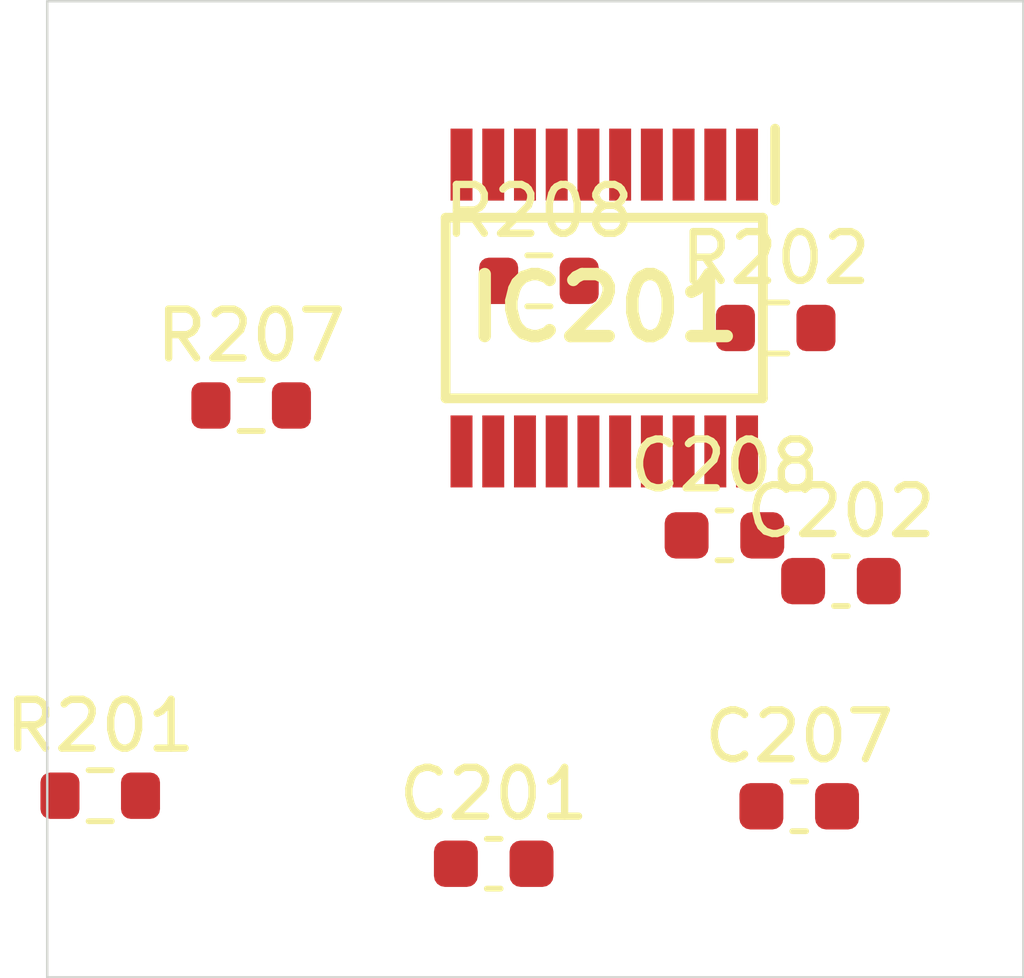
<source format=kicad_pcb>
 ( kicad_pcb  ( version 20171130 )
 ( host pcbnew 5.1.12-84ad8e8a86~92~ubuntu18.04.1 )
 ( general  ( thickness 1.6 )
 ( drawings 4 )
 ( tracks 0 )
 ( zones 0 )
 ( modules 9 )
 ( nets 19 )
)
 ( page A4 )
 ( layers  ( 0 F.Cu signal )
 ( 31 B.Cu signal )
 ( 32 B.Adhes user )
 ( 33 F.Adhes user )
 ( 34 B.Paste user )
 ( 35 F.Paste user )
 ( 36 B.SilkS user )
 ( 37 F.SilkS user )
 ( 38 B.Mask user )
 ( 39 F.Mask user )
 ( 40 Dwgs.User user )
 ( 41 Cmts.User user )
 ( 42 Eco1.User user )
 ( 43 Eco2.User user )
 ( 44 Edge.Cuts user )
 ( 45 Margin user )
 ( 46 B.CrtYd user )
 ( 47 F.CrtYd user )
 ( 48 B.Fab user )
 ( 49 F.Fab user )
)
 ( setup  ( last_trace_width 0.25 )
 ( trace_clearance 0.2 )
 ( zone_clearance 0.508 )
 ( zone_45_only no )
 ( trace_min 0.2 )
 ( via_size 0.8 )
 ( via_drill 0.4 )
 ( via_min_size 0.4 )
 ( via_min_drill 0.3 )
 ( uvia_size 0.3 )
 ( uvia_drill 0.1 )
 ( uvias_allowed no )
 ( uvia_min_size 0.2 )
 ( uvia_min_drill 0.1 )
 ( edge_width 0.05 )
 ( segment_width 0.2 )
 ( pcb_text_width 0.3 )
 ( pcb_text_size 1.5 1.5 )
 ( mod_edge_width 0.12 )
 ( mod_text_size 1 1 )
 ( mod_text_width 0.15 )
 ( pad_size 1.524 1.524 )
 ( pad_drill 0.762 )
 ( pad_to_mask_clearance 0 )
 ( aux_axis_origin 0 0 )
 ( visible_elements FFFFFF7F )
 ( pcbplotparams  ( layerselection 0x010fc_ffffffff )
 ( usegerberextensions false )
 ( usegerberattributes true )
 ( usegerberadvancedattributes true )
 ( creategerberjobfile true )
 ( excludeedgelayer true )
 ( linewidth 0.100000 )
 ( plotframeref false )
 ( viasonmask false )
 ( mode 1 )
 ( useauxorigin false )
 ( hpglpennumber 1 )
 ( hpglpenspeed 20 )
 ( hpglpendiameter 15.000000 )
 ( psnegative false )
 ( psa4output false )
 ( plotreference true )
 ( plotvalue true )
 ( plotinvisibletext false )
 ( padsonsilk false )
 ( subtractmaskfromsilk false )
 ( outputformat 1 )
 ( mirror false )
 ( drillshape 1 )
 ( scaleselection 1 )
 ( outputdirectory "" )
)
)
 ( net 0 "" )
 ( net 1 GND )
 ( net 2 /Sheet6235D886/ch0 )
 ( net 3 /Sheet6235D886/ch1 )
 ( net 4 /Sheet6235D886/ch2 )
 ( net 5 /Sheet6235D886/ch3 )
 ( net 6 /Sheet6235D886/ch4 )
 ( net 7 /Sheet6235D886/ch5 )
 ( net 8 /Sheet6235D886/ch6 )
 ( net 9 /Sheet6235D886/ch7 )
 ( net 10 VDD )
 ( net 11 VDDA )
 ( net 12 /Sheet6235D886/adc_csn )
 ( net 13 /Sheet6235D886/adc_sck )
 ( net 14 /Sheet6235D886/adc_sdi )
 ( net 15 /Sheet6235D886/adc_sdo )
 ( net 16 /Sheet6235D886/vp )
 ( net 17 /Sheet6248AD22/chn0 )
 ( net 18 /Sheet6248AD22/chn3 )
 ( net_class Default "This is the default net class."  ( clearance 0.2 )
 ( trace_width 0.25 )
 ( via_dia 0.8 )
 ( via_drill 0.4 )
 ( uvia_dia 0.3 )
 ( uvia_drill 0.1 )
 ( add_net /Sheet6235D886/adc_csn )
 ( add_net /Sheet6235D886/adc_sck )
 ( add_net /Sheet6235D886/adc_sdi )
 ( add_net /Sheet6235D886/adc_sdo )
 ( add_net /Sheet6235D886/ch0 )
 ( add_net /Sheet6235D886/ch1 )
 ( add_net /Sheet6235D886/ch2 )
 ( add_net /Sheet6235D886/ch3 )
 ( add_net /Sheet6235D886/ch4 )
 ( add_net /Sheet6235D886/ch5 )
 ( add_net /Sheet6235D886/ch6 )
 ( add_net /Sheet6235D886/ch7 )
 ( add_net /Sheet6235D886/vp )
 ( add_net /Sheet6248AD22/chn0 )
 ( add_net /Sheet6248AD22/chn3 )
 ( add_net GND )
 ( add_net VDD )
 ( add_net VDDA )
)
 ( module Capacitor_SMD:C_0603_1608Metric  ( layer F.Cu )
 ( tedit 5F68FEEE )
 ( tstamp 6234222D )
 ( at 89.148000 117.672000 )
 ( descr "Capacitor SMD 0603 (1608 Metric), square (rectangular) end terminal, IPC_7351 nominal, (Body size source: IPC-SM-782 page 76, https://www.pcb-3d.com/wordpress/wp-content/uploads/ipc-sm-782a_amendment_1_and_2.pdf), generated with kicad-footprint-generator" )
 ( tags capacitor )
 ( path /6235D887/623691C5 )
 ( attr smd )
 ( fp_text reference C201  ( at 0 -1.43 )
 ( layer F.SilkS )
 ( effects  ( font  ( size 1 1 )
 ( thickness 0.15 )
)
)
)
 ( fp_text value 0.1uF  ( at 0 1.43 )
 ( layer F.Fab )
 ( effects  ( font  ( size 1 1 )
 ( thickness 0.15 )
)
)
)
 ( fp_line  ( start -0.8 0.4 )
 ( end -0.8 -0.4 )
 ( layer F.Fab )
 ( width 0.1 )
)
 ( fp_line  ( start -0.8 -0.4 )
 ( end 0.8 -0.4 )
 ( layer F.Fab )
 ( width 0.1 )
)
 ( fp_line  ( start 0.8 -0.4 )
 ( end 0.8 0.4 )
 ( layer F.Fab )
 ( width 0.1 )
)
 ( fp_line  ( start 0.8 0.4 )
 ( end -0.8 0.4 )
 ( layer F.Fab )
 ( width 0.1 )
)
 ( fp_line  ( start -0.14058 -0.51 )
 ( end 0.14058 -0.51 )
 ( layer F.SilkS )
 ( width 0.12 )
)
 ( fp_line  ( start -0.14058 0.51 )
 ( end 0.14058 0.51 )
 ( layer F.SilkS )
 ( width 0.12 )
)
 ( fp_line  ( start -1.48 0.73 )
 ( end -1.48 -0.73 )
 ( layer F.CrtYd )
 ( width 0.05 )
)
 ( fp_line  ( start -1.48 -0.73 )
 ( end 1.48 -0.73 )
 ( layer F.CrtYd )
 ( width 0.05 )
)
 ( fp_line  ( start 1.48 -0.73 )
 ( end 1.48 0.73 )
 ( layer F.CrtYd )
 ( width 0.05 )
)
 ( fp_line  ( start 1.48 0.73 )
 ( end -1.48 0.73 )
 ( layer F.CrtYd )
 ( width 0.05 )
)
 ( fp_text user %R  ( at 0 0 )
 ( layer F.Fab )
 ( effects  ( font  ( size 0.4 0.4 )
 ( thickness 0.06 )
)
)
)
 ( pad 2 smd roundrect  ( at 0.775 0 )
 ( size 0.9 0.95 )
 ( layers F.Cu F.Mask F.Paste )
 ( roundrect_rratio 0.25 )
 ( net 1 GND )
)
 ( pad 1 smd roundrect  ( at -0.775 0 )
 ( size 0.9 0.95 )
 ( layers F.Cu F.Mask F.Paste )
 ( roundrect_rratio 0.25 )
 ( net 2 /Sheet6235D886/ch0 )
)
 ( model ${KISYS3DMOD}/Capacitor_SMD.3dshapes/C_0603_1608Metric.wrl  ( at  ( xyz 0 0 0 )
)
 ( scale  ( xyz 1 1 1 )
)
 ( rotate  ( xyz 0 0 0 )
)
)
)
 ( module Capacitor_SMD:C_0603_1608Metric  ( layer F.Cu )
 ( tedit 5F68FEEE )
 ( tstamp 6234223E )
 ( at 96.262600 111.881000 )
 ( descr "Capacitor SMD 0603 (1608 Metric), square (rectangular) end terminal, IPC_7351 nominal, (Body size source: IPC-SM-782 page 76, https://www.pcb-3d.com/wordpress/wp-content/uploads/ipc-sm-782a_amendment_1_and_2.pdf), generated with kicad-footprint-generator" )
 ( tags capacitor )
 ( path /6235D887/62369EE0 )
 ( attr smd )
 ( fp_text reference C202  ( at 0 -1.43 )
 ( layer F.SilkS )
 ( effects  ( font  ( size 1 1 )
 ( thickness 0.15 )
)
)
)
 ( fp_text value 0.1uF  ( at 0 1.43 )
 ( layer F.Fab )
 ( effects  ( font  ( size 1 1 )
 ( thickness 0.15 )
)
)
)
 ( fp_line  ( start 1.48 0.73 )
 ( end -1.48 0.73 )
 ( layer F.CrtYd )
 ( width 0.05 )
)
 ( fp_line  ( start 1.48 -0.73 )
 ( end 1.48 0.73 )
 ( layer F.CrtYd )
 ( width 0.05 )
)
 ( fp_line  ( start -1.48 -0.73 )
 ( end 1.48 -0.73 )
 ( layer F.CrtYd )
 ( width 0.05 )
)
 ( fp_line  ( start -1.48 0.73 )
 ( end -1.48 -0.73 )
 ( layer F.CrtYd )
 ( width 0.05 )
)
 ( fp_line  ( start -0.14058 0.51 )
 ( end 0.14058 0.51 )
 ( layer F.SilkS )
 ( width 0.12 )
)
 ( fp_line  ( start -0.14058 -0.51 )
 ( end 0.14058 -0.51 )
 ( layer F.SilkS )
 ( width 0.12 )
)
 ( fp_line  ( start 0.8 0.4 )
 ( end -0.8 0.4 )
 ( layer F.Fab )
 ( width 0.1 )
)
 ( fp_line  ( start 0.8 -0.4 )
 ( end 0.8 0.4 )
 ( layer F.Fab )
 ( width 0.1 )
)
 ( fp_line  ( start -0.8 -0.4 )
 ( end 0.8 -0.4 )
 ( layer F.Fab )
 ( width 0.1 )
)
 ( fp_line  ( start -0.8 0.4 )
 ( end -0.8 -0.4 )
 ( layer F.Fab )
 ( width 0.1 )
)
 ( fp_text user %R  ( at 0 0 )
 ( layer F.Fab )
 ( effects  ( font  ( size 0.4 0.4 )
 ( thickness 0.06 )
)
)
)
 ( pad 1 smd roundrect  ( at -0.775 0 )
 ( size 0.9 0.95 )
 ( layers F.Cu F.Mask F.Paste )
 ( roundrect_rratio 0.25 )
 ( net 1 GND )
)
 ( pad 2 smd roundrect  ( at 0.775 0 )
 ( size 0.9 0.95 )
 ( layers F.Cu F.Mask F.Paste )
 ( roundrect_rratio 0.25 )
 ( net 3 /Sheet6235D886/ch1 )
)
 ( model ${KISYS3DMOD}/Capacitor_SMD.3dshapes/C_0603_1608Metric.wrl  ( at  ( xyz 0 0 0 )
)
 ( scale  ( xyz 1 1 1 )
)
 ( rotate  ( xyz 0 0 0 )
)
)
)
 ( module Capacitor_SMD:C_0603_1608Metric  ( layer F.Cu )
 ( tedit 5F68FEEE )
 ( tstamp 62342293 )
 ( at 95.407200 116.495000 )
 ( descr "Capacitor SMD 0603 (1608 Metric), square (rectangular) end terminal, IPC_7351 nominal, (Body size source: IPC-SM-782 page 76, https://www.pcb-3d.com/wordpress/wp-content/uploads/ipc-sm-782a_amendment_1_and_2.pdf), generated with kicad-footprint-generator" )
 ( tags capacitor )
 ( path /6235D887/6238B3FE )
 ( attr smd )
 ( fp_text reference C207  ( at 0 -1.43 )
 ( layer F.SilkS )
 ( effects  ( font  ( size 1 1 )
 ( thickness 0.15 )
)
)
)
 ( fp_text value 0.1uF  ( at 0 1.43 )
 ( layer F.Fab )
 ( effects  ( font  ( size 1 1 )
 ( thickness 0.15 )
)
)
)
 ( fp_line  ( start -0.8 0.4 )
 ( end -0.8 -0.4 )
 ( layer F.Fab )
 ( width 0.1 )
)
 ( fp_line  ( start -0.8 -0.4 )
 ( end 0.8 -0.4 )
 ( layer F.Fab )
 ( width 0.1 )
)
 ( fp_line  ( start 0.8 -0.4 )
 ( end 0.8 0.4 )
 ( layer F.Fab )
 ( width 0.1 )
)
 ( fp_line  ( start 0.8 0.4 )
 ( end -0.8 0.4 )
 ( layer F.Fab )
 ( width 0.1 )
)
 ( fp_line  ( start -0.14058 -0.51 )
 ( end 0.14058 -0.51 )
 ( layer F.SilkS )
 ( width 0.12 )
)
 ( fp_line  ( start -0.14058 0.51 )
 ( end 0.14058 0.51 )
 ( layer F.SilkS )
 ( width 0.12 )
)
 ( fp_line  ( start -1.48 0.73 )
 ( end -1.48 -0.73 )
 ( layer F.CrtYd )
 ( width 0.05 )
)
 ( fp_line  ( start -1.48 -0.73 )
 ( end 1.48 -0.73 )
 ( layer F.CrtYd )
 ( width 0.05 )
)
 ( fp_line  ( start 1.48 -0.73 )
 ( end 1.48 0.73 )
 ( layer F.CrtYd )
 ( width 0.05 )
)
 ( fp_line  ( start 1.48 0.73 )
 ( end -1.48 0.73 )
 ( layer F.CrtYd )
 ( width 0.05 )
)
 ( fp_text user %R  ( at 0 0 )
 ( layer F.Fab )
 ( effects  ( font  ( size 0.4 0.4 )
 ( thickness 0.06 )
)
)
)
 ( pad 2 smd roundrect  ( at 0.775 0 )
 ( size 0.9 0.95 )
 ( layers F.Cu F.Mask F.Paste )
 ( roundrect_rratio 0.25 )
 ( net 1 GND )
)
 ( pad 1 smd roundrect  ( at -0.775 0 )
 ( size 0.9 0.95 )
 ( layers F.Cu F.Mask F.Paste )
 ( roundrect_rratio 0.25 )
 ( net 8 /Sheet6235D886/ch6 )
)
 ( model ${KISYS3DMOD}/Capacitor_SMD.3dshapes/C_0603_1608Metric.wrl  ( at  ( xyz 0 0 0 )
)
 ( scale  ( xyz 1 1 1 )
)
 ( rotate  ( xyz 0 0 0 )
)
)
)
 ( module Capacitor_SMD:C_0603_1608Metric  ( layer F.Cu )
 ( tedit 5F68FEEE )
 ( tstamp 623422A4 )
 ( at 93.875200 110.944000 )
 ( descr "Capacitor SMD 0603 (1608 Metric), square (rectangular) end terminal, IPC_7351 nominal, (Body size source: IPC-SM-782 page 76, https://www.pcb-3d.com/wordpress/wp-content/uploads/ipc-sm-782a_amendment_1_and_2.pdf), generated with kicad-footprint-generator" )
 ( tags capacitor )
 ( path /6235D887/6238B404 )
 ( attr smd )
 ( fp_text reference C208  ( at 0 -1.43 )
 ( layer F.SilkS )
 ( effects  ( font  ( size 1 1 )
 ( thickness 0.15 )
)
)
)
 ( fp_text value 0.1uF  ( at 0 1.43 )
 ( layer F.Fab )
 ( effects  ( font  ( size 1 1 )
 ( thickness 0.15 )
)
)
)
 ( fp_line  ( start 1.48 0.73 )
 ( end -1.48 0.73 )
 ( layer F.CrtYd )
 ( width 0.05 )
)
 ( fp_line  ( start 1.48 -0.73 )
 ( end 1.48 0.73 )
 ( layer F.CrtYd )
 ( width 0.05 )
)
 ( fp_line  ( start -1.48 -0.73 )
 ( end 1.48 -0.73 )
 ( layer F.CrtYd )
 ( width 0.05 )
)
 ( fp_line  ( start -1.48 0.73 )
 ( end -1.48 -0.73 )
 ( layer F.CrtYd )
 ( width 0.05 )
)
 ( fp_line  ( start -0.14058 0.51 )
 ( end 0.14058 0.51 )
 ( layer F.SilkS )
 ( width 0.12 )
)
 ( fp_line  ( start -0.14058 -0.51 )
 ( end 0.14058 -0.51 )
 ( layer F.SilkS )
 ( width 0.12 )
)
 ( fp_line  ( start 0.8 0.4 )
 ( end -0.8 0.4 )
 ( layer F.Fab )
 ( width 0.1 )
)
 ( fp_line  ( start 0.8 -0.4 )
 ( end 0.8 0.4 )
 ( layer F.Fab )
 ( width 0.1 )
)
 ( fp_line  ( start -0.8 -0.4 )
 ( end 0.8 -0.4 )
 ( layer F.Fab )
 ( width 0.1 )
)
 ( fp_line  ( start -0.8 0.4 )
 ( end -0.8 -0.4 )
 ( layer F.Fab )
 ( width 0.1 )
)
 ( fp_text user %R  ( at 0 0 )
 ( layer F.Fab )
 ( effects  ( font  ( size 0.4 0.4 )
 ( thickness 0.06 )
)
)
)
 ( pad 1 smd roundrect  ( at -0.775 0 )
 ( size 0.9 0.95 )
 ( layers F.Cu F.Mask F.Paste )
 ( roundrect_rratio 0.25 )
 ( net 1 GND )
)
 ( pad 2 smd roundrect  ( at 0.775 0 )
 ( size 0.9 0.95 )
 ( layers F.Cu F.Mask F.Paste )
 ( roundrect_rratio 0.25 )
 ( net 9 /Sheet6235D886/ch7 )
)
 ( model ${KISYS3DMOD}/Capacitor_SMD.3dshapes/C_0603_1608Metric.wrl  ( at  ( xyz 0 0 0 )
)
 ( scale  ( xyz 1 1 1 )
)
 ( rotate  ( xyz 0 0 0 )
)
)
)
 ( module MCP3564R-E_ST:SOP65P640X120-20N locked  ( layer F.Cu )
 ( tedit 623351C2 )
 ( tstamp 623423D6 )
 ( at 91.413300 106.286000 270.000000 )
 ( descr "20-Lead Plastic Thin Shrink Small Outline (ST) - 4.4mm body [TSSOP]" )
 ( tags "Integrated Circuit" )
 ( path /6235D887/6235E071 )
 ( attr smd )
 ( fp_text reference IC201  ( at 0 0 )
 ( layer F.SilkS )
 ( effects  ( font  ( size 1.27 1.27 )
 ( thickness 0.254 )
)
)
)
 ( fp_text value MCP3564R-E_ST  ( at 0 0 )
 ( layer F.SilkS )
hide  ( effects  ( font  ( size 1.27 1.27 )
 ( thickness 0.254 )
)
)
)
 ( fp_line  ( start -3.925 -3.55 )
 ( end 3.925 -3.55 )
 ( layer Dwgs.User )
 ( width 0.05 )
)
 ( fp_line  ( start 3.925 -3.55 )
 ( end 3.925 3.55 )
 ( layer Dwgs.User )
 ( width 0.05 )
)
 ( fp_line  ( start 3.925 3.55 )
 ( end -3.925 3.55 )
 ( layer Dwgs.User )
 ( width 0.05 )
)
 ( fp_line  ( start -3.925 3.55 )
 ( end -3.925 -3.55 )
 ( layer Dwgs.User )
 ( width 0.05 )
)
 ( fp_line  ( start -2.2 -3.25 )
 ( end 2.2 -3.25 )
 ( layer Dwgs.User )
 ( width 0.1 )
)
 ( fp_line  ( start 2.2 -3.25 )
 ( end 2.2 3.25 )
 ( layer Dwgs.User )
 ( width 0.1 )
)
 ( fp_line  ( start 2.2 3.25 )
 ( end -2.2 3.25 )
 ( layer Dwgs.User )
 ( width 0.1 )
)
 ( fp_line  ( start -2.2 3.25 )
 ( end -2.2 -3.25 )
 ( layer Dwgs.User )
 ( width 0.1 )
)
 ( fp_line  ( start -2.2 -2.6 )
 ( end -1.55 -3.25 )
 ( layer Dwgs.User )
 ( width 0.1 )
)
 ( fp_line  ( start -1.85 -3.25 )
 ( end 1.85 -3.25 )
 ( layer F.SilkS )
 ( width 0.2 )
)
 ( fp_line  ( start 1.85 -3.25 )
 ( end 1.85 3.25 )
 ( layer F.SilkS )
 ( width 0.2 )
)
 ( fp_line  ( start 1.85 3.25 )
 ( end -1.85 3.25 )
 ( layer F.SilkS )
 ( width 0.2 )
)
 ( fp_line  ( start -1.85 3.25 )
 ( end -1.85 -3.25 )
 ( layer F.SilkS )
 ( width 0.2 )
)
 ( fp_line  ( start -3.675 -3.5 )
 ( end -2.2 -3.5 )
 ( layer F.SilkS )
 ( width 0.2 )
)
 ( pad 1 smd rect  ( at -2.938 -2.925 )
 ( size 0.45 1.475 )
 ( layers F.Cu F.Mask F.Paste )
 ( net 11 VDDA )
)
 ( pad 2 smd rect  ( at -2.938 -2.275 )
 ( size 0.45 1.475 )
 ( layers F.Cu F.Mask F.Paste )
 ( net 1 GND )
)
 ( pad 3 smd rect  ( at -2.938 -1.625 )
 ( size 0.45 1.475 )
 ( layers F.Cu F.Mask F.Paste )
 ( net 1 GND )
)
 ( pad 4 smd rect  ( at -2.938 -0.975 )
 ( size 0.45 1.475 )
 ( layers F.Cu F.Mask F.Paste )
)
 ( pad 5 smd rect  ( at -2.938 -0.325 )
 ( size 0.45 1.475 )
 ( layers F.Cu F.Mask F.Paste )
 ( net 2 /Sheet6235D886/ch0 )
)
 ( pad 6 smd rect  ( at -2.938 0.325 )
 ( size 0.45 1.475 )
 ( layers F.Cu F.Mask F.Paste )
 ( net 3 /Sheet6235D886/ch1 )
)
 ( pad 7 smd rect  ( at -2.938 0.975 )
 ( size 0.45 1.475 )
 ( layers F.Cu F.Mask F.Paste )
 ( net 4 /Sheet6235D886/ch2 )
)
 ( pad 8 smd rect  ( at -2.938 1.625 )
 ( size 0.45 1.475 )
 ( layers F.Cu F.Mask F.Paste )
 ( net 5 /Sheet6235D886/ch3 )
)
 ( pad 9 smd rect  ( at -2.938 2.275 )
 ( size 0.45 1.475 )
 ( layers F.Cu F.Mask F.Paste )
 ( net 6 /Sheet6235D886/ch4 )
)
 ( pad 10 smd rect  ( at -2.938 2.925 )
 ( size 0.45 1.475 )
 ( layers F.Cu F.Mask F.Paste )
 ( net 7 /Sheet6235D886/ch5 )
)
 ( pad 11 smd rect  ( at 2.938 2.925 )
 ( size 0.45 1.475 )
 ( layers F.Cu F.Mask F.Paste )
 ( net 8 /Sheet6235D886/ch6 )
)
 ( pad 12 smd rect  ( at 2.938 2.275 )
 ( size 0.45 1.475 )
 ( layers F.Cu F.Mask F.Paste )
 ( net 9 /Sheet6235D886/ch7 )
)
 ( pad 13 smd rect  ( at 2.938 1.625 )
 ( size 0.45 1.475 )
 ( layers F.Cu F.Mask F.Paste )
 ( net 12 /Sheet6235D886/adc_csn )
)
 ( pad 14 smd rect  ( at 2.938 0.975 )
 ( size 0.45 1.475 )
 ( layers F.Cu F.Mask F.Paste )
 ( net 13 /Sheet6235D886/adc_sck )
)
 ( pad 15 smd rect  ( at 2.938 0.325 )
 ( size 0.45 1.475 )
 ( layers F.Cu F.Mask F.Paste )
 ( net 14 /Sheet6235D886/adc_sdi )
)
 ( pad 16 smd rect  ( at 2.938 -0.325 )
 ( size 0.45 1.475 )
 ( layers F.Cu F.Mask F.Paste )
 ( net 15 /Sheet6235D886/adc_sdo )
)
 ( pad 17 smd rect  ( at 2.938 -0.975 )
 ( size 0.45 1.475 )
 ( layers F.Cu F.Mask F.Paste )
)
 ( pad 18 smd rect  ( at 2.938 -1.625 )
 ( size 0.45 1.475 )
 ( layers F.Cu F.Mask F.Paste )
)
 ( pad 19 smd rect  ( at 2.938 -2.275 )
 ( size 0.45 1.475 )
 ( layers F.Cu F.Mask F.Paste )
 ( net 1 GND )
)
 ( pad 20 smd rect  ( at 2.938 -2.925 )
 ( size 0.45 1.475 )
 ( layers F.Cu F.Mask F.Paste )
 ( net 10 VDD )
)
)
 ( module Resistor_SMD:R_0603_1608Metric  ( layer F.Cu )
 ( tedit 5F68FEEE )
 ( tstamp 6234250D )
 ( at 81.086100 116.278000 )
 ( descr "Resistor SMD 0603 (1608 Metric), square (rectangular) end terminal, IPC_7351 nominal, (Body size source: IPC-SM-782 page 72, https://www.pcb-3d.com/wordpress/wp-content/uploads/ipc-sm-782a_amendment_1_and_2.pdf), generated with kicad-footprint-generator" )
 ( tags resistor )
 ( path /6235D887/623641B7 )
 ( attr smd )
 ( fp_text reference R201  ( at 0 -1.43 )
 ( layer F.SilkS )
 ( effects  ( font  ( size 1 1 )
 ( thickness 0.15 )
)
)
)
 ( fp_text value 1k  ( at 0 1.43 )
 ( layer F.Fab )
 ( effects  ( font  ( size 1 1 )
 ( thickness 0.15 )
)
)
)
 ( fp_line  ( start -0.8 0.4125 )
 ( end -0.8 -0.4125 )
 ( layer F.Fab )
 ( width 0.1 )
)
 ( fp_line  ( start -0.8 -0.4125 )
 ( end 0.8 -0.4125 )
 ( layer F.Fab )
 ( width 0.1 )
)
 ( fp_line  ( start 0.8 -0.4125 )
 ( end 0.8 0.4125 )
 ( layer F.Fab )
 ( width 0.1 )
)
 ( fp_line  ( start 0.8 0.4125 )
 ( end -0.8 0.4125 )
 ( layer F.Fab )
 ( width 0.1 )
)
 ( fp_line  ( start -0.237258 -0.5225 )
 ( end 0.237258 -0.5225 )
 ( layer F.SilkS )
 ( width 0.12 )
)
 ( fp_line  ( start -0.237258 0.5225 )
 ( end 0.237258 0.5225 )
 ( layer F.SilkS )
 ( width 0.12 )
)
 ( fp_line  ( start -1.48 0.73 )
 ( end -1.48 -0.73 )
 ( layer F.CrtYd )
 ( width 0.05 )
)
 ( fp_line  ( start -1.48 -0.73 )
 ( end 1.48 -0.73 )
 ( layer F.CrtYd )
 ( width 0.05 )
)
 ( fp_line  ( start 1.48 -0.73 )
 ( end 1.48 0.73 )
 ( layer F.CrtYd )
 ( width 0.05 )
)
 ( fp_line  ( start 1.48 0.73 )
 ( end -1.48 0.73 )
 ( layer F.CrtYd )
 ( width 0.05 )
)
 ( fp_text user %R  ( at 0 0 )
 ( layer F.Fab )
 ( effects  ( font  ( size 0.4 0.4 )
 ( thickness 0.06 )
)
)
)
 ( pad 2 smd roundrect  ( at 0.825 0 )
 ( size 0.8 0.95 )
 ( layers F.Cu F.Mask F.Paste )
 ( roundrect_rratio 0.25 )
 ( net 16 /Sheet6235D886/vp )
)
 ( pad 1 smd roundrect  ( at -0.825 0 )
 ( size 0.8 0.95 )
 ( layers F.Cu F.Mask F.Paste )
 ( roundrect_rratio 0.25 )
 ( net 2 /Sheet6235D886/ch0 )
)
 ( model ${KISYS3DMOD}/Resistor_SMD.3dshapes/R_0603_1608Metric.wrl  ( at  ( xyz 0 0 0 )
)
 ( scale  ( xyz 1 1 1 )
)
 ( rotate  ( xyz 0 0 0 )
)
)
)
 ( module Resistor_SMD:R_0603_1608Metric  ( layer F.Cu )
 ( tedit 5F68FEEE )
 ( tstamp 6234251E )
 ( at 94.925500 106.695000 )
 ( descr "Resistor SMD 0603 (1608 Metric), square (rectangular) end terminal, IPC_7351 nominal, (Body size source: IPC-SM-782 page 72, https://www.pcb-3d.com/wordpress/wp-content/uploads/ipc-sm-782a_amendment_1_and_2.pdf), generated with kicad-footprint-generator" )
 ( tags resistor )
 ( path /6235D887/6236A646 )
 ( attr smd )
 ( fp_text reference R202  ( at 0 -1.43 )
 ( layer F.SilkS )
 ( effects  ( font  ( size 1 1 )
 ( thickness 0.15 )
)
)
)
 ( fp_text value 1k  ( at 0 1.43 )
 ( layer F.Fab )
 ( effects  ( font  ( size 1 1 )
 ( thickness 0.15 )
)
)
)
 ( fp_line  ( start 1.48 0.73 )
 ( end -1.48 0.73 )
 ( layer F.CrtYd )
 ( width 0.05 )
)
 ( fp_line  ( start 1.48 -0.73 )
 ( end 1.48 0.73 )
 ( layer F.CrtYd )
 ( width 0.05 )
)
 ( fp_line  ( start -1.48 -0.73 )
 ( end 1.48 -0.73 )
 ( layer F.CrtYd )
 ( width 0.05 )
)
 ( fp_line  ( start -1.48 0.73 )
 ( end -1.48 -0.73 )
 ( layer F.CrtYd )
 ( width 0.05 )
)
 ( fp_line  ( start -0.237258 0.5225 )
 ( end 0.237258 0.5225 )
 ( layer F.SilkS )
 ( width 0.12 )
)
 ( fp_line  ( start -0.237258 -0.5225 )
 ( end 0.237258 -0.5225 )
 ( layer F.SilkS )
 ( width 0.12 )
)
 ( fp_line  ( start 0.8 0.4125 )
 ( end -0.8 0.4125 )
 ( layer F.Fab )
 ( width 0.1 )
)
 ( fp_line  ( start 0.8 -0.4125 )
 ( end 0.8 0.4125 )
 ( layer F.Fab )
 ( width 0.1 )
)
 ( fp_line  ( start -0.8 -0.4125 )
 ( end 0.8 -0.4125 )
 ( layer F.Fab )
 ( width 0.1 )
)
 ( fp_line  ( start -0.8 0.4125 )
 ( end -0.8 -0.4125 )
 ( layer F.Fab )
 ( width 0.1 )
)
 ( fp_text user %R  ( at 0 0 )
 ( layer F.Fab )
 ( effects  ( font  ( size 0.4 0.4 )
 ( thickness 0.06 )
)
)
)
 ( pad 1 smd roundrect  ( at -0.825 0 )
 ( size 0.8 0.95 )
 ( layers F.Cu F.Mask F.Paste )
 ( roundrect_rratio 0.25 )
 ( net 3 /Sheet6235D886/ch1 )
)
 ( pad 2 smd roundrect  ( at 0.825 0 )
 ( size 0.8 0.95 )
 ( layers F.Cu F.Mask F.Paste )
 ( roundrect_rratio 0.25 )
 ( net 17 /Sheet6248AD22/chn0 )
)
 ( model ${KISYS3DMOD}/Resistor_SMD.3dshapes/R_0603_1608Metric.wrl  ( at  ( xyz 0 0 0 )
)
 ( scale  ( xyz 1 1 1 )
)
 ( rotate  ( xyz 0 0 0 )
)
)
)
 ( module Resistor_SMD:R_0603_1608Metric  ( layer F.Cu )
 ( tedit 5F68FEEE )
 ( tstamp 62342573 )
 ( at 84.178600 108.283000 )
 ( descr "Resistor SMD 0603 (1608 Metric), square (rectangular) end terminal, IPC_7351 nominal, (Body size source: IPC-SM-782 page 72, https://www.pcb-3d.com/wordpress/wp-content/uploads/ipc-sm-782a_amendment_1_and_2.pdf), generated with kicad-footprint-generator" )
 ( tags resistor )
 ( path /6235D887/6238B3F8 )
 ( attr smd )
 ( fp_text reference R207  ( at 0 -1.43 )
 ( layer F.SilkS )
 ( effects  ( font  ( size 1 1 )
 ( thickness 0.15 )
)
)
)
 ( fp_text value 1k  ( at 0 1.43 )
 ( layer F.Fab )
 ( effects  ( font  ( size 1 1 )
 ( thickness 0.15 )
)
)
)
 ( fp_line  ( start -0.8 0.4125 )
 ( end -0.8 -0.4125 )
 ( layer F.Fab )
 ( width 0.1 )
)
 ( fp_line  ( start -0.8 -0.4125 )
 ( end 0.8 -0.4125 )
 ( layer F.Fab )
 ( width 0.1 )
)
 ( fp_line  ( start 0.8 -0.4125 )
 ( end 0.8 0.4125 )
 ( layer F.Fab )
 ( width 0.1 )
)
 ( fp_line  ( start 0.8 0.4125 )
 ( end -0.8 0.4125 )
 ( layer F.Fab )
 ( width 0.1 )
)
 ( fp_line  ( start -0.237258 -0.5225 )
 ( end 0.237258 -0.5225 )
 ( layer F.SilkS )
 ( width 0.12 )
)
 ( fp_line  ( start -0.237258 0.5225 )
 ( end 0.237258 0.5225 )
 ( layer F.SilkS )
 ( width 0.12 )
)
 ( fp_line  ( start -1.48 0.73 )
 ( end -1.48 -0.73 )
 ( layer F.CrtYd )
 ( width 0.05 )
)
 ( fp_line  ( start -1.48 -0.73 )
 ( end 1.48 -0.73 )
 ( layer F.CrtYd )
 ( width 0.05 )
)
 ( fp_line  ( start 1.48 -0.73 )
 ( end 1.48 0.73 )
 ( layer F.CrtYd )
 ( width 0.05 )
)
 ( fp_line  ( start 1.48 0.73 )
 ( end -1.48 0.73 )
 ( layer F.CrtYd )
 ( width 0.05 )
)
 ( fp_text user %R  ( at 0 0 )
 ( layer F.Fab )
 ( effects  ( font  ( size 0.4 0.4 )
 ( thickness 0.06 )
)
)
)
 ( pad 2 smd roundrect  ( at 0.825 0 )
 ( size 0.8 0.95 )
 ( layers F.Cu F.Mask F.Paste )
 ( roundrect_rratio 0.25 )
 ( net 16 /Sheet6235D886/vp )
)
 ( pad 1 smd roundrect  ( at -0.825 0 )
 ( size 0.8 0.95 )
 ( layers F.Cu F.Mask F.Paste )
 ( roundrect_rratio 0.25 )
 ( net 8 /Sheet6235D886/ch6 )
)
 ( model ${KISYS3DMOD}/Resistor_SMD.3dshapes/R_0603_1608Metric.wrl  ( at  ( xyz 0 0 0 )
)
 ( scale  ( xyz 1 1 1 )
)
 ( rotate  ( xyz 0 0 0 )
)
)
)
 ( module Resistor_SMD:R_0603_1608Metric  ( layer F.Cu )
 ( tedit 5F68FEEE )
 ( tstamp 62342584 )
 ( at 90.074100 105.729000 )
 ( descr "Resistor SMD 0603 (1608 Metric), square (rectangular) end terminal, IPC_7351 nominal, (Body size source: IPC-SM-782 page 72, https://www.pcb-3d.com/wordpress/wp-content/uploads/ipc-sm-782a_amendment_1_and_2.pdf), generated with kicad-footprint-generator" )
 ( tags resistor )
 ( path /6235D887/6238B40A )
 ( attr smd )
 ( fp_text reference R208  ( at 0 -1.43 )
 ( layer F.SilkS )
 ( effects  ( font  ( size 1 1 )
 ( thickness 0.15 )
)
)
)
 ( fp_text value 1k  ( at 0 1.43 )
 ( layer F.Fab )
 ( effects  ( font  ( size 1 1 )
 ( thickness 0.15 )
)
)
)
 ( fp_line  ( start 1.48 0.73 )
 ( end -1.48 0.73 )
 ( layer F.CrtYd )
 ( width 0.05 )
)
 ( fp_line  ( start 1.48 -0.73 )
 ( end 1.48 0.73 )
 ( layer F.CrtYd )
 ( width 0.05 )
)
 ( fp_line  ( start -1.48 -0.73 )
 ( end 1.48 -0.73 )
 ( layer F.CrtYd )
 ( width 0.05 )
)
 ( fp_line  ( start -1.48 0.73 )
 ( end -1.48 -0.73 )
 ( layer F.CrtYd )
 ( width 0.05 )
)
 ( fp_line  ( start -0.237258 0.5225 )
 ( end 0.237258 0.5225 )
 ( layer F.SilkS )
 ( width 0.12 )
)
 ( fp_line  ( start -0.237258 -0.5225 )
 ( end 0.237258 -0.5225 )
 ( layer F.SilkS )
 ( width 0.12 )
)
 ( fp_line  ( start 0.8 0.4125 )
 ( end -0.8 0.4125 )
 ( layer F.Fab )
 ( width 0.1 )
)
 ( fp_line  ( start 0.8 -0.4125 )
 ( end 0.8 0.4125 )
 ( layer F.Fab )
 ( width 0.1 )
)
 ( fp_line  ( start -0.8 -0.4125 )
 ( end 0.8 -0.4125 )
 ( layer F.Fab )
 ( width 0.1 )
)
 ( fp_line  ( start -0.8 0.4125 )
 ( end -0.8 -0.4125 )
 ( layer F.Fab )
 ( width 0.1 )
)
 ( fp_text user %R  ( at 0 0 )
 ( layer F.Fab )
 ( effects  ( font  ( size 0.4 0.4 )
 ( thickness 0.06 )
)
)
)
 ( pad 1 smd roundrect  ( at -0.825 0 )
 ( size 0.8 0.95 )
 ( layers F.Cu F.Mask F.Paste )
 ( roundrect_rratio 0.25 )
 ( net 9 /Sheet6235D886/ch7 )
)
 ( pad 2 smd roundrect  ( at 0.825 0 )
 ( size 0.8 0.95 )
 ( layers F.Cu F.Mask F.Paste )
 ( roundrect_rratio 0.25 )
 ( net 18 /Sheet6248AD22/chn3 )
)
 ( model ${KISYS3DMOD}/Resistor_SMD.3dshapes/R_0603_1608Metric.wrl  ( at  ( xyz 0 0 0 )
)
 ( scale  ( xyz 1 1 1 )
)
 ( rotate  ( xyz 0 0 0 )
)
)
)
 ( gr_line  ( start 100 100 )
 ( end 100 120 )
 ( layer Edge.Cuts )
 ( width 0.05 )
 ( tstamp 62E770C4 )
)
 ( gr_line  ( start 80 120 )
 ( end 100 120 )
 ( layer Edge.Cuts )
 ( width 0.05 )
 ( tstamp 62E770C0 )
)
 ( gr_line  ( start 80 100 )
 ( end 100 100 )
 ( layer Edge.Cuts )
 ( width 0.05 )
 ( tstamp 6234110C )
)
 ( gr_line  ( start 80 100 )
 ( end 80 120 )
 ( layer Edge.Cuts )
 ( width 0.05 )
)
)

</source>
